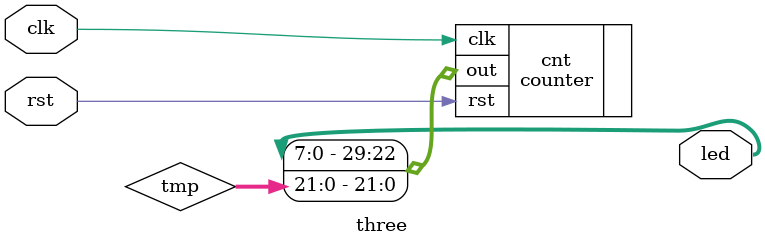
<source format=v>
`timescale 1ns / 1ps


module three(
    input clk, rst,
    output wire [7 : 0] led
);
    wire [21 : 0] tmp;
    counter cnt(.clk(clk), .rst(rst), .out({led, tmp}));
endmodule

</source>
